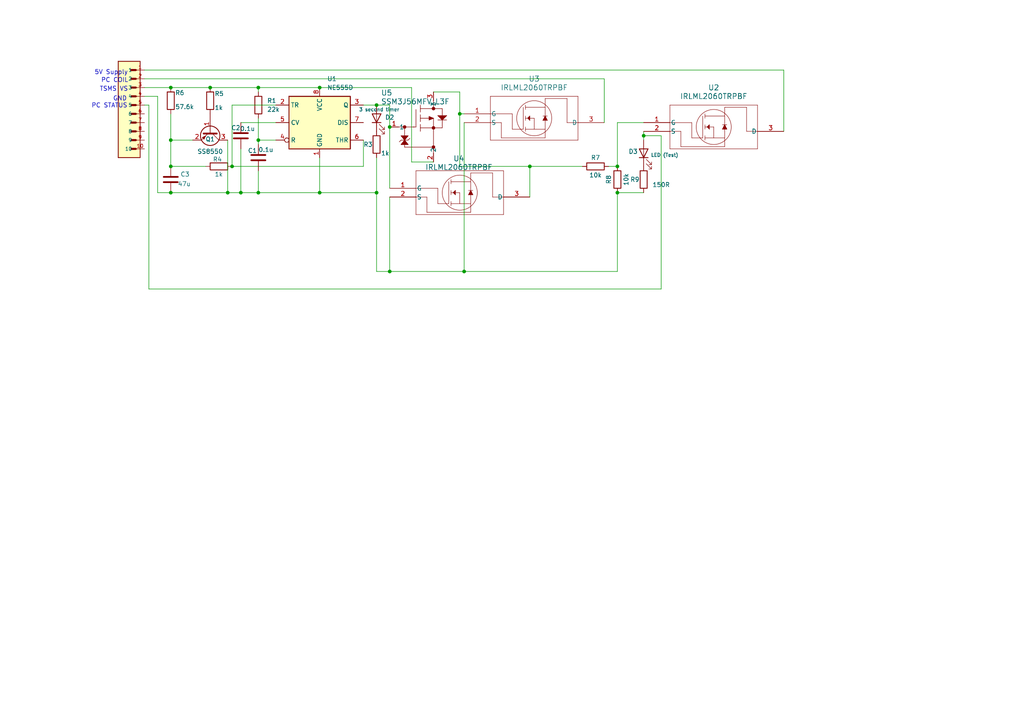
<source format=kicad_sch>
(kicad_sch (version 20231120) (generator "eeschema") (generator_version "8.0")
  (paper "A4")
  (lib_symbols
    (symbol "10 pin output:PH1-10-UA" (pin_names (offset 1.016))
      (property "Reference" "J" (at 0 28.448 0))
      (property "Value" "PH1-10-UA" (at 0 0 0))
      (symbol "PH1-10-UA_0_0"
        (polyline (pts (xy 3.81 2.54) (xy 5.08 2.54)) (stroke (width 0.6096)))
        (polyline (pts (xy 3.81 5.08) (xy 5.08 5.08)) (stroke (width 0.6096)))
        (polyline (pts (xy 3.81 7.62) (xy 5.08 7.62)) (stroke (width 0.6096)))
        (polyline (pts (xy 3.81 10.16) (xy 5.08 10.16)) (stroke (width 0.6096)))
        (polyline (pts (xy 3.81 12.7) (xy 5.08 12.7)) (stroke (width 0.6096)))
        (polyline (pts (xy 3.81 15.24) (xy 5.08 15.24)) (stroke (width 0.6096)))
        (polyline (pts (xy 3.81 17.78) (xy 5.08 17.78)) (stroke (width 0.6096)))
        (polyline (pts (xy 3.81 20.32) (xy 5.08 20.32)) (stroke (width 0.6096)))
        (polyline (pts (xy 3.81 22.86) (xy 5.08 22.86)) (stroke (width 0.6096)))
        (polyline (pts (xy 3.81 25.4) (xy 5.08 25.4)) (stroke (width 0.6096)))
        (rectangle (start 0 0) (end 6.35 27.94) (stroke (width 0.254)) (fill (type background)))
        (pin passive line (at 7.62 25.4 180) (length 2.54) (name "1") (number "1"))
        (pin passive line (at 7.62 2.54 180) (length 2.54) (name "10") (number "10"))
        (pin passive line (at 7.62 22.86 180) (length 2.54) (name "2") (number "2"))
        (pin passive line (at 7.62 20.32 180) (length 2.54) (name "3") (number "3"))
        (pin passive line (at 7.62 17.78 180) (length 2.54) (name "4") (number "4"))
        (pin passive line (at 7.62 15.24 180) (length 2.54) (name "5") (number "5"))
        (pin passive line (at 7.62 12.7 180) (length 2.54) (name "6") (number "6"))
        (pin passive line (at 7.62 10.16 180) (length 2.54) (name "7") (number "7"))
        (pin passive line (at 7.62 7.62 180) (length 2.54) (name "8") (number "8"))
        (pin passive line (at 7.62 5.08 180) (length 2.54) (name "9") (number "9"))
      )
    )
    (symbol "Device:C" (pin_numbers hide) (pin_names (offset 0.254))
      (property "Reference" "C" (at 0.635 2.54 0))
      (property "Value" "C" (at 0.635 -2.54 0))
      (symbol "C_0_1"
        (polyline (pts (xy -2.032 -0.762) (xy 2.032 -0.762)) (stroke (width 0.508)))
        (polyline (pts (xy -2.032 0.762) (xy 2.032 0.762)) (stroke (width 0.508)))
      )
      (symbol "C_1_1"
        (pin passive line (at 0 3.81 270) (length 2.794) (name "~") (number "1"))
        (pin passive line (at 0 -3.81 90) (length 2.794) (name "~") (number "2"))
      )
    )
    (symbol "Device:LED" (pin_numbers hide) (pin_names (offset 1.016) hide)
      (property "Reference" "D" (at 0 2.54 0))
      (property "Value" "LED" (at 0 -2.54 0))
      (symbol "LED_0_1"
        (polyline (pts (xy -1.27 -1.27) (xy -1.27 1.27)) (stroke (width 0.254)))
        (polyline (pts (xy -1.27 0) (xy 1.27 0)))
        (polyline (pts (xy 1.27 -1.27) (xy 1.27 1.27) (xy -1.27 0) (xy 1.27 -1.27)) (stroke (width 0.254)))
        (polyline (pts (xy -3.048 -0.762) (xy -4.572 -2.286) (xy -3.81 -2.286) (xy -4.572 -2.286) (xy -4.572 -1.524)))
        (polyline (pts (xy -1.778 -0.762) (xy -3.302 -2.286) (xy -2.54 -2.286) (xy -3.302 -2.286) (xy -3.302 -1.524)))
      )
      (symbol "LED_1_1"
        (pin passive line (at -3.81 0 0) (length 2.54) (name "K") (number "1"))
        (pin passive line (at 3.81 0 180) (length 2.54) (name "A") (number "2"))
      )
    )
    (symbol "Device:R" (pin_numbers hide) (pin_names (offset 0))
      (property "Reference" "R" (at 2.032 0 90))
      (property "Value" "R" (at 0 0 90))
      (symbol "R_0_1"
        (rectangle (start -1.016 -2.54) (end 1.016 2.54) (stroke (width 0.254)))
      )
      (symbol "R_1_1"
        (pin passive line (at 0 3.81 270) (length 1.27) (name "~") (number "1"))
        (pin passive line (at 0 -3.81 90) (length 1.27) (name "~") (number "2"))
      )
    )
    (symbol "NMOS:IRLML2060TRPBF" (pin_names (offset 0.254))
      (property "Reference" "U" (at 20.32 10.16 0))
      (property "Value" "IRLML2060TRPBF" (at 20.32 7.62 0))
      (symbol "IRLML2060TRPBF_0_1"
        (polyline (pts (xy 7.62 -7.62) (xy 33.02 -7.62)) (stroke (width 0.127)))
        (polyline (pts (xy 7.62 -2.54) (xy 10.795 -2.54)) (stroke (width 0.127)))
        (polyline (pts (xy 7.62 5.08) (xy 7.62 -7.62)) (stroke (width 0.127)))
        (polyline (pts (xy 10.795 -6.985) (xy 23.495 -6.985)) (stroke (width 0.127)))
        (polyline (pts (xy 10.795 -2.54) (xy 10.795 -6.985)) (stroke (width 0.127)))
        (polyline (pts (xy 13.97 -4.445) (xy 13.97 0)) (stroke (width 0.127)))
        (polyline (pts (xy 13.97 0) (xy 7.62 0)) (stroke (width 0.127)))
        (polyline (pts (xy 17.145 -4.445) (xy 13.97 -4.445)) (stroke (width 0.127)))
        (polyline (pts (xy 17.145 1.905) (xy 17.145 -4.445)) (stroke (width 0.127)))
        (polyline (pts (xy 17.78 -5.08) (xy 17.78 -3.81)) (stroke (width 0.127)))
        (polyline (pts (xy 17.78 -4.445) (xy 23.495 -4.445)) (stroke (width 0.127)))
        (polyline (pts (xy 17.78 -1.27) (xy 20.32 -1.27)) (stroke (width 0.127)))
        (polyline (pts (xy 17.78 -0.635) (xy 17.78 -1.905)) (stroke (width 0.127)))
        (polyline (pts (xy 17.78 1.905) (xy 23.495 1.905)) (stroke (width 0.127)))
        (polyline (pts (xy 17.78 2.54) (xy 17.78 1.27)) (stroke (width 0.127)))
        (polyline (pts (xy 18.415 -1.27) (xy 19.05 -0.635)) (stroke (width 0.127)))
        (polyline (pts (xy 19.05 -1.905) (xy 18.415 -1.27)) (stroke (width 0.127)))
        (polyline (pts (xy 19.05 -0.635) (xy 19.05 -1.905)) (stroke (width 0.127)))
        (polyline (pts (xy 20.32 -4.445) (xy 20.32 -1.27)) (stroke (width 0.127)))
        (polyline (pts (xy 22.86 -1.905) (xy 23.495 -0.635)) (stroke (width 0.127)))
        (polyline (pts (xy 22.86 -1.905) (xy 24.13 -1.905)) (stroke (width 0.127)))
        (polyline (pts (xy 22.86 -0.635) (xy 24.13 -0.635)) (stroke (width 0.127)))
        (polyline (pts (xy 23.495 -6.985) (xy 23.495 4.445)) (stroke (width 0.127)))
        (polyline (pts (xy 23.495 -0.635) (xy 24.13 -1.905)) (stroke (width 0.127)))
        (polyline (pts (xy 23.495 4.445) (xy 29.845 4.445)) (stroke (width 0.127)))
        (polyline (pts (xy 29.845 -2.54) (xy 33.02 -2.54)) (stroke (width 0.127)))
        (polyline (pts (xy 29.845 4.445) (xy 29.845 -2.54)) (stroke (width 0.127)))
        (polyline (pts (xy 33.02 -7.62) (xy 33.02 5.08)) (stroke (width 0.127)))
        (polyline (pts (xy 33.02 5.08) (xy 7.62 5.08)) (stroke (width 0.127)))
        (polyline (pts (xy 18.415 -1.27) (xy 19.05 -0.635) (xy 19.05 -1.905)) (fill (type outline)))
        (polyline (pts (xy 22.86 -1.905) (xy 23.495 -0.635) (xy 24.13 -1.905)) (fill (type outline)))
        (circle (center 20.32 -1.27) (radius 5.08) (stroke (width 0.127)))
        (pin unspecified line (at 0 0 0) (length 7.62) (name "G") (number "1"))
        (pin unspecified line (at 0 -2.54 0) (length 7.62) (name "S") (number "2"))
        (pin unspecified line (at 40.64 -2.54 180) (length 7.62) (name "D") (number "3"))
      )
    )
    (symbol "PMOS:SSM3J56MFV_L3F" (pin_names (offset 0.254))
      (property "Reference" "MOSFET" (at 0 0 0))
      (property "Value" "SSM3J56MFV_L3F" (at 0 0 0))
      (symbol "SSM3J56MFV_L3F_0_1"
        (polyline (pts (xy 0 -7.62) (xy 4.572 -7.62)) (stroke (width 0.1524)))
        (polyline (pts (xy 0.762 -12.7) (xy 2.794 -12.7)) (stroke (width 0.1524)))
        (polyline (pts (xy 0.762 -11.43) (xy 0.254 -11.938)) (stroke (width 0.1524)))
        (polyline (pts (xy 0.762 -11.43) (xy 2.794 -11.43)) (stroke (width 0.1524)))
        (polyline (pts (xy 0.762 -10.16) (xy 1.778 -11.43)) (stroke (width 0.1524)))
        (polyline (pts (xy 1.778 -13.462) (xy 10.16 -13.462)) (stroke (width 0.1524)))
        (polyline (pts (xy 1.778 -12.7) (xy 1.778 -13.462)) (stroke (width 0.1524)))
        (polyline (pts (xy 1.778 -11.43) (xy 0.762 -12.7)) (stroke (width 0.1524)))
        (polyline (pts (xy 1.778 -11.43) (xy 2.794 -10.16)) (stroke (width 0.1524)))
        (polyline (pts (xy 1.778 -7.62) (xy 1.778 -10.16)) (stroke (width 0.1524)))
        (polyline (pts (xy 2.794 -12.7) (xy 1.778 -11.43)) (stroke (width 0.1524)))
        (polyline (pts (xy 2.794 -11.43) (xy 3.302 -10.922)) (stroke (width 0.1524)))
        (polyline (pts (xy 2.794 -10.16) (xy 0.762 -10.16)) (stroke (width 0.1524)))
        (polyline (pts (xy 5.08 -7.62) (xy 4.318 -7.62)) (stroke (width 0.1524)))
        (polyline (pts (xy 5.08 -7.62) (xy 5.08 -2.54)) (stroke (width 0.1524)))
        (polyline (pts (xy 6.35 -8.89) (xy 6.35 -6.858)) (stroke (width 0.1524)))
        (polyline (pts (xy 6.35 -7.874) (xy 12.7 -7.874)) (stroke (width 0.1524)))
        (polyline (pts (xy 6.35 -6.096) (xy 6.35 -4.064)) (stroke (width 0.1524)))
        (polyline (pts (xy 6.35 -5.08) (xy 8.89 -5.08)) (stroke (width 0.1524)))
        (polyline (pts (xy 6.35 -3.302) (xy 6.35 -1.27)) (stroke (width 0.1524)))
        (polyline (pts (xy 8.89 -5.588) (xy 10.16 -5.08)) (stroke (width 0.1524)))
        (polyline (pts (xy 8.89 -4.572) (xy 8.89 -5.588)) (stroke (width 0.1524)))
        (polyline (pts (xy 10.16 -5.08) (xy 8.89 -4.572)) (stroke (width 0.1524)))
        (polyline (pts (xy 10.16 -5.08) (xy 10.16 -15.24)) (stroke (width 0.1524)))
        (polyline (pts (xy 10.16 0) (xy 10.16 -2.286)) (stroke (width 0.1524)))
        (polyline (pts (xy 11.43 -5.588) (xy 13.97 -5.588)) (stroke (width 0.1524)))
        (polyline (pts (xy 11.43 -4.318) (xy 12.7 -5.588)) (stroke (width 0.1524)))
        (polyline (pts (xy 11.43 -4.318) (xy 13.97 -4.318)) (stroke (width 0.1524)))
        (polyline (pts (xy 12.7 -7.874) (xy 12.7 -5.588)) (stroke (width 0.1524)))
        (polyline (pts (xy 12.7 -5.588) (xy 13.97 -4.318)) (stroke (width 0.1524)))
        (polyline (pts (xy 12.7 -4.318) (xy 12.7 -2.286)) (stroke (width 0.1524)))
        (polyline (pts (xy 12.7 -2.286) (xy 6.35 -2.286)) (stroke (width 0.1524)))
        (polyline (pts (xy 8.89 -4.572) (xy 8.89 -5.588) (xy 10.16 -5.08)) (fill (type outline)))
        (polyline (pts (xy 11.43 -4.318) (xy 12.7 -5.588) (xy 13.97 -4.318)) (fill (type outline)))
        (polyline (pts (xy 0.762 -10.16) (xy 1.778 -11.43) (xy 0.762 -12.7) (xy 2.794 -12.7) (xy 1.778 -11.43) (xy 2.794 -10.16)) (fill (type outline)))
        (circle (center 1.778 -7.62) (radius 0.254) (stroke (width 0.508)))
        (circle (center 10.16 -13.462) (radius 0.254) (stroke (width 0.508)))
        (circle (center 10.16 -7.874) (radius 0.254) (stroke (width 0.508)))
        (circle (center 10.16 -2.286) (radius 0.254) (stroke (width 0.508)))
        (pin unspecified line (at -2.54 -7.62 0) (length 2.54) (name "1") (number "1"))
        (pin unspecified line (at 10.16 -17.78 90) (length 2.54) (name "2") (number "2"))
        (pin unspecified line (at 10.16 2.54 270) (length 2.54) (name "3") (number "3"))
      )
    )
    (symbol "Timer:NE555D"
      (property "Reference" "U" (at -10.16 8.89 0))
      (property "Value" "NE555D" (at 2.54 8.89 0))
      (symbol "NE555D_0_0"
        (pin power_in line (at 0 -10.16 90) (length 2.54) (name "GND") (number "1"))
        (pin power_in line (at 0 10.16 270) (length 2.54) (name "VCC") (number "8"))
      )
      (symbol "NE555D_0_1"
        (rectangle (start -8.89 -7.62) (end 8.89 7.62) (stroke (width 0.254)) (fill (type background)))
        (rectangle (start -8.89 -7.62) (end 8.89 7.62) (stroke (width 0.254)) (fill (type background)))
      )
      (symbol "NE555D_1_1"
        (pin input line (at -12.7 5.08 0) (length 3.81) (name "TR") (number "2"))
        (pin output line (at 12.7 5.08 180) (length 3.81) (name "Q") (number "3"))
        (pin input inverted (at -12.7 -5.08 0) (length 3.81) (name "R") (number "4"))
        (pin input line (at -12.7 0 0) (length 3.81) (name "CV") (number "5"))
        (pin input line (at 12.7 -5.08 180) (length 3.81) (name "THR") (number "6"))
        (pin input line (at 12.7 0 180) (length 3.81) (name "DIS") (number "7"))
      )
    )
    (symbol "Transistor_BJT:SS8550" (pin_names (offset 0) hide)
      (property "Reference" "Q" (at 5.08 1.905 0))
      (property "Value" "SS8550" (at 5.08 0 0))
      (symbol "SS8550_0_1"
        (polyline (pts (xy 0.635 0.635) (xy 2.54 2.54)))
        (polyline (pts (xy 0.635 -0.635) (xy 2.54 -2.54) (xy 2.54 -2.54)))
        (polyline (pts (xy 0.635 1.905) (xy 0.635 -1.905) (xy 0.635 -1.905)) (stroke (width 0.508)))
        (polyline (pts (xy 2.286 -1.778) (xy 1.778 -2.286) (xy 1.27 -1.27) (xy 2.286 -1.778) (xy 2.286 -1.778)) (fill (type outline)))
        (circle (center 1.27 0) (radius 2.8194) (stroke (width 0.254)))
      )
      (symbol "SS8550_1_1"
        (pin input line (at -5.08 0 0) (length 5.715) (name "B") (number "1"))
        (pin passive line (at 2.54 -5.08 90) (length 2.54) (name "E") (number "2"))
        (pin passive line (at 2.54 5.08 270) (length 2.54) (name "C") (number "3"))
      )
    )
  )
  (junction (at 109.22 30.48))
  (junction (at 49.53 48.26))
  (junction (at 134.62 78.74))
  (junction (at 109.22 55.88))
  (junction (at 113.03 36.83))
  (junction (at 60.96 25.4))
  (junction (at 186.69 39.37))
  (junction (at 67.31 48.26))
  (junction (at 179.07 55.88))
  (junction (at 74.93 40.64))
  (junction (at 74.93 55.88))
  (junction (at 66.04 55.88))
  (junction (at 49.53 40.64))
  (junction (at 69.85 55.88))
  (junction (at 153.67 48.26))
  (junction (at 74.93 25.4))
  (junction (at 92.71 25.4))
  (junction (at 113.03 78.74))
  (junction (at 49.53 25.4))
  (junction (at 49.53 55.88))
  (junction (at 133.35 33.02))
  (junction (at 179.07 48.26))
  (junction (at 92.71 55.88))
  (wire (pts (xy 175.26 22.86) (xy 175.26 35.56)))
  (wire (pts (xy 179.07 35.56) (xy 186.69 35.56)))
  (wire (pts (xy 105.41 30.48) (xy 109.22 30.48)))
  (wire (pts (xy 176.53 48.26) (xy 179.07 48.26)))
  (wire (pts (xy 60.96 25.4) (xy 74.93 25.4)))
  (wire (pts (xy 74.93 40.64) (xy 80.01 40.64)))
  (wire (pts (xy 67.31 30.48) (xy 80.01 30.48)))
  (wire (pts (xy 41.91 22.86) (xy 175.26 22.86)))
  (wire (pts (xy 125.73 26.67) (xy 133.35 26.67)))
  (wire (pts (xy 113.03 78.74) (xy 134.62 78.74)))
  (wire (pts (xy 41.91 25.4) (xy 49.53 25.4)))
  (wire (pts (xy 67.31 48.26) (xy 67.31 30.48)))
  (wire (pts (xy 109.22 30.48) (xy 113.03 30.48)))
  (wire (pts (xy 74.93 49.53) (xy 74.93 55.88)))
  (wire (pts (xy 227.33 20.32) (xy 227.33 38.1)))
  (wire (pts (xy 49.53 48.26) (xy 49.53 40.64)))
  (wire (pts (xy 133.35 33.02) (xy 134.62 33.02)))
  (wire (pts (xy 153.67 48.26) (xy 168.91 48.26)))
  (wire (pts (xy 133.35 26.67) (xy 133.35 33.02)))
  (wire (pts (xy 49.53 48.26) (xy 59.69 48.26)))
  (wire (pts (xy 74.93 25.4) (xy 74.93 26.67)))
  (wire (pts (xy 113.03 57.15) (xy 113.03 78.74)))
  (wire (pts (xy 179.07 55.88) (xy 186.69 55.88)))
  (wire (pts (xy 92.71 55.88) (xy 109.22 55.88)))
  (wire (pts (xy 119.38 25.4) (xy 119.38 46.99)))
  (wire (pts (xy 49.53 25.4) (xy 60.96 25.4)))
  (wire (pts (xy 49.53 55.88) (xy 66.04 55.88)))
  (wire (pts (xy 45.72 55.88) (xy 49.53 55.88)))
  (wire (pts (xy 113.03 36.83) (xy 113.03 54.61)))
  (wire (pts (xy 186.69 38.1) (xy 186.69 39.37)))
  (wire (pts (xy 191.77 39.37) (xy 191.77 83.82)))
  (wire (pts (xy 69.85 43.18) (xy 69.85 55.88)))
  (wire (pts (xy 66.04 55.88) (xy 69.85 55.88)))
  (wire (pts (xy 49.53 40.64) (xy 55.88 40.64)))
  (wire (pts (xy 43.18 83.82) (xy 191.77 83.82)))
  (wire (pts (xy 74.93 55.88) (xy 69.85 55.88)))
  (wire (pts (xy 179.07 35.56) (xy 179.07 48.26)))
  (wire (pts (xy 109.22 78.74) (xy 109.22 55.88)))
  (wire (pts (xy 49.53 33.02) (xy 49.53 40.64)))
  (wire (pts (xy 186.69 39.37) (xy 186.69 40.64)))
  (wire (pts (xy 153.67 48.26) (xy 153.67 57.15)))
  (wire (pts (xy 74.93 40.64) (xy 74.93 41.91)))
  (wire (pts (xy 113.03 30.48) (xy 113.03 36.83)))
  (wire (pts (xy 74.93 55.88) (xy 92.71 55.88)))
  (wire (pts (xy 41.91 30.48) (xy 43.18 30.48)))
  (wire (pts (xy 92.71 25.4) (xy 119.38 25.4)))
  (wire (pts (xy 45.72 27.94) (xy 41.91 27.94)))
  (wire (pts (xy 186.69 39.37) (xy 191.77 39.37)))
  (wire (pts (xy 109.22 78.74) (xy 113.03 78.74)))
  (wire (pts (xy 179.07 78.74) (xy 179.07 55.88)))
  (wire (pts (xy 134.62 78.74) (xy 179.07 78.74)))
  (wire (pts (xy 74.93 34.29) (xy 74.93 40.64)))
  (wire (pts (xy 92.71 45.72) (xy 92.71 55.88)))
  (wire (pts (xy 134.62 35.56) (xy 134.62 78.74)))
  (wire (pts (xy 43.18 30.48) (xy 43.18 83.82)))
  (wire (pts (xy 66.04 40.64) (xy 66.04 55.88)))
  (wire (pts (xy 105.41 40.64) (xy 105.41 48.26)))
  (wire (pts (xy 41.91 20.32) (xy 227.33 20.32)))
  (wire (pts (xy 109.22 45.72) (xy 109.22 55.88)))
  (wire (pts (xy 133.35 48.26) (xy 153.67 48.26)))
  (wire (pts (xy 119.38 46.99) (xy 125.73 46.99)))
  (wire (pts (xy 133.35 33.02) (xy 133.35 48.26)))
  (wire (pts (xy 74.93 25.4) (xy 92.71 25.4)))
  (wire (pts (xy 67.31 48.26) (xy 105.41 48.26)))
  (wire (pts (xy 69.85 35.56) (xy 80.01 35.56)))
  (wire (pts (xy 45.72 27.94) (xy 45.72 55.88)))
  (text "GND" (at 34.798 28.702 0) (effects (font (size 1.27 1.27))))
  (text "PC COIL" (at 33.274 23.368 0) (effects (font (size 1.27 1.27))))
  (text "TSMS VS" (at 33.02 25.908 0) (effects (font (size 1.27 1.27))))
  (text "PC STATUS" (at 31.75 30.734 0) (effects (font (size 1.27 1.27))))
  (text "5V Supply" (at 32.258 21.082 0) (effects (font (size 1.27 1.27))))
  (symbol (lib_id "Device:LED") (at 186.69 44.45 90) (unit 1)
    (property "Reference" "D3" (at 183.642 43.942 90))
    (property "Value" "LED (Test)" (at 192.786 44.958 90) (effects (font (size 1 1))))
    (property "Footprint" "Yellow RTDS LED:LED_AP3216SYD_KNB" (effects (hide yes)))
  )
  (symbol (lib_id "Timer:NE555D") (at 92.71 35.56 0) (unit 1)
    (property "Reference" "U1" (at 94.9041 22.86 0) (effects (justify left)))
    (property "Value" "NE555D" (at 94.9041 25.4 0) (effects (justify left)))
    (property "Footprint" "555 Timer:SOIC127P599X175-8N" (effects (hide yes)))
    (property "Datasheet" "http://www.ti.com/lit/ds/symlink/ne555.pdf" (effects (hide yes)))
  )
  (symbol (lib_id "NMOS:IRLML2060TRPBF") (at 113.03 54.61 0) (unit 1)
    (property "Reference" "U4" (at 133.096 45.974 0) (effects (font (size 1.524 1.524))))
    (property "Value" "IRLML2060TRPBF" (at 133.096 48.514 0) (effects (font (size 1.524 1.524))))
    (property "Footprint" "SOT23_INF" (effects (hide yes)))
    (property "Datasheet" "IRLML2060TRPBF" (effects (hide yes)))
  )
  (symbol (lib_id "Transistor_BJT:SS8550") (at 60.96 38.1 270) (unit 1)
    (property "Reference" "Q1" (at 60.96 40.386 90))
    (property "Value" "SS8550" (at 60.96 43.942 90))
    (property "Footprint" "Transistor:SOT-23_MCC" (effects (hide yes)))
    (property "Datasheet" "http://www.secosgmbh.com/datasheet/products/SSMPTransistor/SOT-23/SS8550.pdf" (effects (hide yes)))
    (property "Description" "General Purpose PNP Transistor, 1.5A Ic, 25V Vce, SOT-23" (effects (hide yes)))
  )
  (symbol (lib_id "Device:LED") (at 109.22 34.29 90) (unit 1)
    (property "Reference" "D2" (at 113.03 34.036 90))
    (property "Value" "3 second timer" (at 109.982 31.75 90) (effects (font (size 1 1))))
    (property "Footprint" "Yellow RTDS LED:LED_AP3216SYD_KNB" (effects (hide yes)))
  )
  (symbol (lib_id "Device:R") (at 49.53 29.21 0) (unit 1)
    (property "Reference" "R6" (at 50.8 26.924 0) (effects (justify left)))
    (property "Value" "57.6k" (at 50.8 30.988 0) (effects (justify left)))
    (property "Footprint" "CF14JT10K0:STA_CF14_STP" (effects (hide yes)))
  )
  (symbol (lib_id "Device:R") (at 63.5 48.26 270) (unit 1)
    (property "Reference" "R4" (at 61.722 46.228 90) (effects (justify left)))
    (property "Value" "1k" (at 62.23 50.546 90) (effects (justify left)))
    (property "Footprint" "1k Resistor:STA_RMCF0603_STP" (effects (hide yes)))
  )
  (symbol (lib_id "NMOS:IRLML2060TRPBF") (at 186.69 35.56 0) (unit 1)
    (property "Reference" "U2" (at 207.01 25.4 0) (effects (font (size 1.524 1.524))))
    (property "Value" "IRLML2060TRPBF" (at 207.01 27.94 0) (effects (font (size 1.524 1.524))))
    (property "Footprint" "SOT23_INF" (effects (hide yes)))
    (property "Datasheet" "IRLML2060TRPBF" (effects (hide yes)))
  )
  (symbol (lib_id "Device:C") (at 74.93 45.72 0) (unit 1)
    (property "Reference" "C1" (at 71.882 43.688 0) (effects (justify left)))
    (property "Value" "0.1u" (at 74.93 43.434 0) (effects (justify left)))
    (property "Footprint" "0.1 C:CAP_CL31_SAM" (effects (hide yes)))
  )
  (symbol (lib_id "10 pin output:PH1-10-UA") (at 34.29 45.72 0) (unit 1)
    (property "Reference" "J1" (effects (hide yes)))
    (property "Value" "PH1-10-UA" (effects (hide yes)))
    (property "Footprint" "10 pin output:1X10-2.54MM-THT" (effects (hide yes)))
    (property "MF" "Adam Tech" (effects (hide yes)))
    (property "Description_1" "\n                        \n                            Connector Header Through Hole 10 position 0.100 (2.54mm)\n                        \n" (effects (hide yes)))
    (property "Package" "None" (effects (hide yes)))
    (property "Price" "None" (effects (hide yes)))
    (property "SnapEDA_Link" "https://www.snapeda.com/parts/PH1-10-UA/Adam+Tech/view-part/?ref=snap" (effects (hide yes)))
    (property "MP" "PH1-10-UA" (effects (hide yes)))
    (property "Availability" "In Stock" (effects (hide yes)))
    (property "Check_prices" "https://www.snapeda.com/parts/PH1-10-UA/Adam+Tech/view-part/?ref=eda" (effects (hide yes)))
  )
  (symbol (lib_id "PMOS:SSM3J56MFV_L3F") (at 115.57 29.21 0) (unit 1)
    (property "Reference" "U5" (at 110.49 26.924 0) (effects (font (size 1.524 1.524)) (justify left)))
    (property "Value" "SSM3J56MFV_L3F" (at 110.49 29.464 0) (effects (font (size 1.524 1.524)) (justify left)))
    (property "Footprint" "VESM_TOS" (effects (hide yes)))
    (property "Datasheet" "SSM3J56MFV_L3F" (effects (hide yes)))
  )
  (symbol (lib_id "NMOS:IRLML2060TRPBF") (at 134.62 33.02 0) (unit 1)
    (property "Reference" "U3" (at 154.94 22.86 0) (effects (font (size 1.524 1.524))))
    (property "Value" "IRLML2060TRPBF" (at 154.94 25.4 0) (effects (font (size 1.524 1.524))))
    (property "Footprint" "SOT23_INF" (effects (hide yes)))
    (property "Datasheet" "IRLML2060TRPBF" (effects (hide yes)))
  )
  (symbol (lib_id "Device:R") (at 172.72 48.26 90) (unit 1)
    (property "Reference" "R7" (at 172.72 45.72 90))
    (property "Value" "10k" (at 172.72 50.8 90))
    (property "Footprint" "CF14JT10K0:STA_CF14_STP" (effects (hide yes)))
  )
  (symbol (lib_id "Device:C") (at 69.85 39.37 0) (unit 1)
    (property "Reference" "C2" (at 67.056 37.084 0) (effects (justify left)))
    (property "Value" "0.1u" (at 69.596 37.338 0) (effects (justify left)))
    (property "Footprint" "0.1 C:CAP_CL31_SAM" (effects (hide yes)))
  )
  (symbol (lib_id "Device:R") (at 74.93 30.48 180) (unit 1)
    (property "Reference" "R1" (at 77.47 29.2099 0) (effects (justify right)))
    (property "Value" "22k" (at 77.47 31.7499 0) (effects (justify right)))
    (property "Footprint" "22k resistor:STA_RMCF0805_STP" (effects (hide yes)))
  )
  (symbol (lib_id "Device:R") (at 179.07 52.07 180) (unit 1)
    (property "Reference" "R8" (at 176.53 52.07 90))
    (property "Value" "10k" (at 181.61 52.07 90))
    (property "Footprint" "CF14JT10K0:STA_CF14_STP" (effects (hide yes)))
  )
  (symbol (lib_id "Device:R") (at 109.22 41.91 0) (unit 1)
    (property "Reference" "R3" (at 105.41 41.91 0) (effects (justify left)))
    (property "Value" "1k" (at 110.49 44.45 0) (effects (justify left)))
    (property "Footprint" "1k Resistor:STA_RMCF0603_STP" (effects (hide yes)))
  )
  (symbol (lib_id "Device:R") (at 186.69 52.07 180) (unit 1)
    (property "Reference" "R9" (at 184.15 52.07 0))
    (property "Value" "150R" (at 191.77 53.594 0))
    (property "Footprint" "150 Ohm resistor:RC0805N_YAG" (effects (hide yes)))
  )
  (symbol (lib_id "Device:R") (at 60.96 29.21 0) (unit 1)
    (property "Reference" "R5" (at 62.23 27.178 0) (effects (justify left)))
    (property "Value" "1k" (at 62.23 31.242 0) (effects (justify left)))
    (property "Footprint" "1k Resistor:STA_RMCF0603_STP" (effects (hide yes)))
  )
  (symbol (lib_id "Device:C") (at 49.53 52.07 0) (unit 1)
    (property "Reference" "C3" (at 52.324 50.546 0) (effects (justify left)))
    (property "Value" "47u" (at 51.562 53.34 0) (effects (justify left)))
    (property "Footprint" "Capacitor 47u:CAP_CL32_SAM" (effects (hide yes)))
  )
)
</source>
